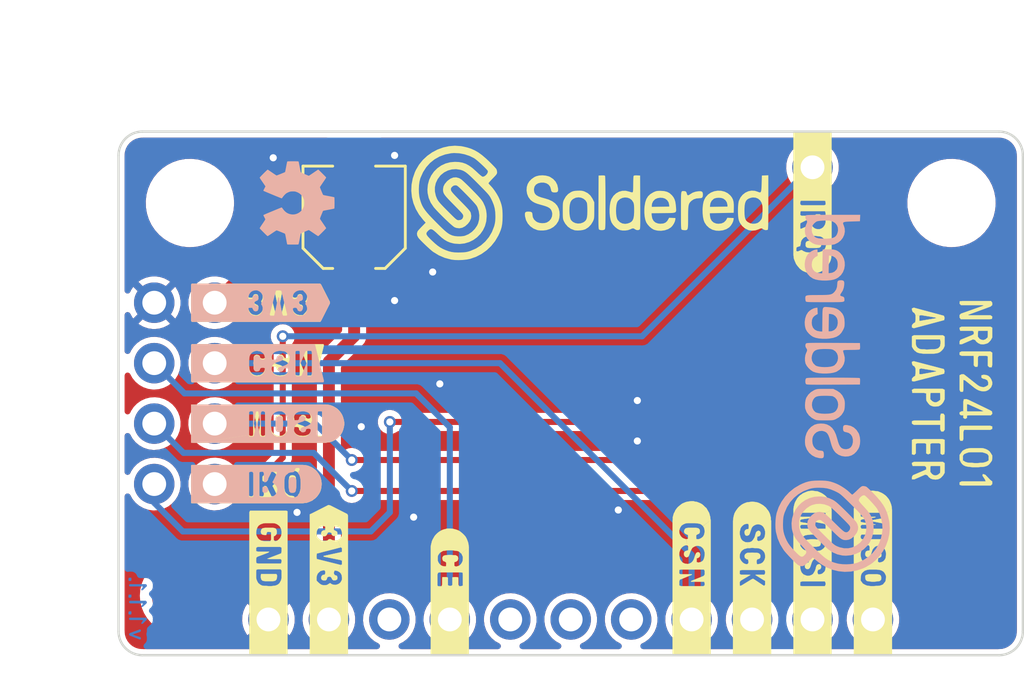
<source format=kicad_pcb>
(kicad_pcb (version 20211014) (generator pcbnew)
  (title_block (title "NRF24L01 adapter") (date "2021-09-09") (rev "V1.1.1.") (company "SOLDERED") (comment 1 "333059"))
  (layers (0 "F.Cu" signal) (31 "B.Cu" signal) (34 "B.Paste" user) (35 "F.Paste" user) (36 "B.SilkS" user "B.Silkscreen") (37 "F.SilkS" user "F.Silkscreen") (38 "B.Mask" user) (39 "F.Mask" user) (44 "Edge.Cuts" user))
  (net 0 "")
  (net 1 "3V3")
  (net 2 "GND")
  (net 3 "IRQ")
  (net 4 "MOSI")
  (net 5 "CSN")
  (net 6 "CE")
  (net 7 "SCK")
  (net 8 "MISO")
  (footprint "buzzardLabel" (layer "F.Cu") (at 109.5 146 -90)
    (fp_text reference "" (at 0 0 90) (layer "F.SilkS") (effects (font (size 1.27 1.27))))
    (fp_text value "" (at 0 0 90) (layer "F.SilkS") (effects (font (size 1.27 1.27))))
  )
  (footprint "buzzardLabel" (layer "F.Cu") (at 105.85 138.41)
    (fp_text reference "" (at 0 0) (layer "F.SilkS") (effects (font (size 1.27 1.27))))
    (fp_text value "" (at 0 0) (layer "F.SilkS") (effects (font (size 1.27 1.27))))
  )
  (footprint "buzzardLabel" (layer "F.Cu") (at 139.2 134.6 -90)
    (fp_text reference "" (at 0 0 90) (layer "F.SilkS") (effects (font (size 1.27 1.27))))
    (fp_text value "" (at 0 0 90) (layer "F.SilkS") (effects (font (size 1.27 1.27))))
  )
  (footprint "buzzardLabel" (layer "F.Cu") (at 132.36 123.2 -90)
    (fp_text reference "" (at 0 0 90) (layer "F.SilkS") (effects (font (size 1.27 1.27))))
    (fp_text value "" (at 0 0 90) (layer "F.SilkS") (effects (font (size 1.27 1.27))))
  )
  (footprint "buzzardLabel" (layer "F.Cu") (at 127.28 146 -90)
    (fp_text reference "" (at 0 0 90) (layer "F.SilkS") (effects (font (size 1.27 1.27))))
    (fp_text value "" (at 0 0 90) (layer "F.SilkS") (effects (font (size 1.27 1.27))))
  )
  (footprint "e-radionica.com footprinti:FIDUCIAL_23" (layer "F.Cu") (at 105.7 143.1 -90)
    (fp_text reference "FD1")
    (fp_text value "FIDUCIAL")
    (fp_circle (center 0 0) (end 1 0) (layer "F.Cu") (width 0.2) (fill none))
    (pad "1" smd circle (at 0 0 270) (size 1 1) (layers "F.Cu" "F.Paste" "F.Mask") (clearance 1.1))
  )
  (footprint "e-radionica.com footprinti:HOLE_3.2mm" (layer "F.Cu") (at 138.2 126.6 -90)
    (fp_text reference "H2" hide)
    (fp_text value "HOLE_3.2mm" hide)
    (pad "" np_thru_hole circle locked (at 0 0 270) (size 3.2 3.2) (drill 3.2) (layers F&B.Cu *.Mask))
  )
  (footprint "e-radionica.com footprinti:HOLE_3.2mm" (layer "F.Cu") (at 106.2 126.6 -90)
    (fp_text reference "H1" hide)
    (fp_text value "HOLE_3.2mm" hide)
    (pad "" np_thru_hole circle locked (at 0 0 270) (size 3.2 3.2) (drill 3.2) (layers F&B.Cu *.Mask))
  )
  (footprint "buzzardLabel" (layer "F.Cu") (at 105.85 135.87)
    (fp_text reference "" (at 0 0) (layer "F.SilkS") (effects (font (size 1.27 1.27))))
    (fp_text value "" (at 0 0) (layer "F.SilkS") (effects (font (size 1.27 1.27))))
  )
  (footprint "buzzardLabel" (layer "F.Cu") (at 134.9 146 -90)
    (fp_text reference "" (at 0 0 90) (layer "F.SilkS") (effects (font (size 1.27 1.27))))
    (fp_text value "" (at 0 0 90) (layer "F.SilkS") (effects (font (size 1.27 1.27))))
  )
  (footprint "buzzardLabel" (layer "F.Cu") (at 117.12 146 -90)
    (fp_text reference "" (at 0 0 90) (layer "F.SilkS") (effects (font (size 1.27 1.27))))
    (fp_text value "" (at 0 0 90) (layer "F.SilkS") (effects (font (size 1.27 1.27))))
  )
  (footprint "buzzardLabel" (layer "F.Cu") (at 132.36 146 -90)
    (fp_text reference "" (at 0 0 90) (layer "F.SilkS") (effects (font (size 1.27 1.27))))
    (fp_text value "" (at 0 0 90) (layer "F.SilkS") (effects (font (size 1.27 1.27))))
  )
  (footprint "buzzardLabel" (layer "F.Cu") (at 129.82 146 -90)
    (fp_text reference "" (at 0 0 90) (layer "F.SilkS") (effects (font (size 1.27 1.27))))
    (fp_text value "" (at 0 0 90) (layer "F.SilkS") (effects (font (size 1.27 1.27))))
  )
  (footprint "Soldered Graphics:Logo-Back-SolderedFULL-15mm" (layer "F.Cu") (at 133.2 134.6 -90)
    (fp_text reference "REF**" hide)
    (fp_text value "Logo-Front-SolderedFULL-15mm" hide)
  )
  (footprint "buzzardLabel" (layer "F.Cu") (at 112.04 146 -90)
    (fp_text reference "" (at 0 0 90) (layer "F.SilkS") (effects (font (size 1.27 1.27))))
    (fp_text value "" (at 0 0 90) (layer "F.SilkS") (effects (font (size 1.27 1.27))))
  )
  (footprint "e-radionica.com footprinti:ELECTROLITIC_CAP_4mm" (layer "F.Cu") (at 113.1 127.2 90)
    (fp_text reference "C1")
    (fp_text value "10uF_10V")
    (pad "1" smd rect (at -1.8 0 90) (size 2.6 1.6) (layers "F.Cu" "F.Paste" "F.Mask") (net 1 "3V3"))
    (pad "2" smd rect (at 1.8 0 90) (size 2.6 1.6) (layers "F.Cu" "F.Paste" "F.Mask") (net 2 "GND"))
  )
  (footprint "Soldered Graphics:Logo-Back-OSH-3.5mm" (layer "F.Cu") (at 110.7 126.6 -90)
    (fp_text reference "G***" hide)
    (fp_text value "LOGO" hide)
  )
  (footprint "buzzardLabel" (layer "F.Cu") (at 137.2 134.6 -90)
    (fp_text reference "" (at 0 0 90) (layer "F.SilkS") (effects (font (size 1.27 1.27))))
    (fp_text value "" (at 0 0 90) (layer "F.SilkS") (effects (font (size 1.27 1.27))))
  )
  (footprint "e-radionica.com footprinti:HEADER_FEMALE_4X2" (layer "F.Cu") (at 105.97 134.6 180)
    (fp_text reference "K1")
    (fp_text value "HEADER_FEMALE_4X2")
    (pad "1" thru_hole circle (at -1.27 -3.81 180) (size 1.7 1.7) (drill 1) (layers *.Cu *.Mask) (net 3 "IRQ"))
    (pad "2" thru_hole circle (at -1.27 -1.27 180) (size 1.7 1.7) (drill 1) (layers *.Cu *.Mask) (net 4 "MOSI"))
    (pad "3" thru_hole circle (at -1.27 1.27 180) (size 1.7 1.7) (drill 1) (layers *.Cu *.Mask) (net 5 "CSN"))
    (pad "4" thru_hole circle (at -1.27 3.81 180) (size 1.7 1.7) (drill 1) (layers *.Cu *.Mask) (net 1 "3V3"))
    (pad "5" thru_hole circle (at 1.27 3.81 180) (size 1.7 1.7) (drill 1) (layers *.Cu *.Mask) (net 2 "GND"))
    (pad "6" thru_hole circle (at 1.27 1.27 180) (size 1.7 1.7) (drill 1) (layers *.Cu *.Mask) (net 6 "CE"))
    (pad "7" thru_hole circle (at 1.27 -1.27 180) (size 1.7 1.7) (drill 1) (layers *.Cu *.Mask) (net 7 "SCK"))
    (pad "8" thru_hole circle (at 1.27 -3.81 180) (size 1.7 1.7) (drill 1) (layers *.Cu *.Mask) (net 8 "MISO"))
  )
  (footprint "buzzardLabel" (layer "F.Cu") (at 105.85 133.33)
    (fp_text reference "" (at 0 0) (layer "F.SilkS") (effects (font (size 1.27 1.27))))
    (fp_text value "" (at 0 0) (layer "F.SilkS") (effects (font (size 1.27 1.27))))
  )
  (footprint "buzzardLabel" (layer "F.Cu") (at 105.85 130.79)
    (fp_text reference "" (at 0 0) (layer "F.SilkS") (effects (font (size 1.27 1.27))))
    (fp_text value "" (at 0 0) (layer "F.SilkS") (effects (font (size 1.27 1.27))))
  )
  (footprint "Soldered Graphics:Logo-Front-SolderedFULL-15mm" (layer "F.Cu") (at 123 126.6)
    (fp_text reference "REF**" hide)
    (fp_text value "Logo-Front-SolderedFULL-15mm" hide)
  )
  (footprint "buzzardLabel" (layer "B.Cu") (at 105.85 130.79)
    (fp_text reference "" (at 0 0) (layer "B.SilkS") (effects (font (size 1.27 1.27)) (justify mirror)))
    (fp_text value "" (at 0 0) (layer "B.SilkS") (effects (font (size 1.27 1.27)) (justify mirror)))
  )
  (footprint "Soldered Graphics:Version1.1.1." (layer "B.Cu") (at 104 143.6 90)
    (fp_text reference "REF**" hide)
    (fp_text value "Version1.1.1." hide)
    (fp_poly (pts (xy -0.5 -0.35) (xy -0.44 -0.35) (xy -0.43 -0.31) (xy -0.43 0.35) (xy -0.46 0.38) (xy -0.52 0.38) (xy -0.55 0.34) (xy -0.67 0.22) (xy -0.68 0.17) (xy -0.65 0.16) (xy -0.56 0.22) (xy -0.52 0.23) (xy -0.52 -0.31) (xy -0.5 -0.35)) (layer "B.Cu") (width 0.01) (fill solid))
    (fp_poly (pts (xy -0.27 -0.38) (xy -0.22 -0.38) (xy -0.17 -0.37) (xy -0.16 -0.33) (xy -0.16 -0.27) (xy -0.21 -0.26) (xy -0.26 -0.26) (xy -0.29 -0.29) (xy -0.29 -0.34) (xy -0.27 -0.38)) (layer "B.Cu") (width 0.01) (fill solid))
    (fp_poly (pts (xy -1.15 -0.35) (xy -1.1 -0.35) (xy -1.07 -0.31) (xy -0.92 0.1) (xy -0.94 0.13) (xy -0.99 0.13) (xy -1.02 0.1) (xy -1.11 -0.16) (xy -1.13 -0.21) (xy -1.15 -0.17) (xy -1.24 0.09) (xy -1.26 0.13) (xy -1.32 0.13) (xy -1.34 0.1) (xy -1.18 -0.31) (xy -1.15 -0.35)) (layer "B.Cu") (width 0.01) (fill solid))
    (fp_poly (pts (xy 0.43 -0.38) (xy 0.48 -0.38) (xy 0.54 -0.37) (xy 0.54 -0.33) (xy 0.54 -0.27) (xy 0.5 -0.26) (xy 0.45 -0.26) (xy 0.42 -0.29) (xy 0.42 -0.34) (xy 0.43 -0.38)) (layer "B.Cu") (width 0.01) (fill solid))
    (fp_poly (pts (xy 1.14 -0.38) (xy 1.19 -0.38) (xy 1.24 -0.37) (xy 1.25 -0.33) (xy 1.25 -0.27) (xy 1.2 -0.26) (xy 1.15 -0.26) (xy 1.12 -0.29) (xy 1.12 -0.34) (xy 1.14 -0.38)) (layer "B.Cu") (width 0.01) (fill solid))
    (fp_poly (pts (xy 0.21 -0.35) (xy 0.26 -0.35) (xy 0.28 -0.31) (xy 0.28 0.35) (xy 0.24 0.38) (xy 0.19 0.38) (xy 0.15 0.34) (xy 0.04 0.22) (xy 0.02 0.17) (xy 0.05 0.16) (xy 0.14 0.22) (xy 0.18 0.23) (xy 0.18 -0.31) (xy 0.21 -0.35)) (layer "B.Cu") (width 0.01) (fill solid))
    (fp_poly (pts (xy 0.91 -0.35) (xy 0.96 -0.35) (xy 0.98 -0.31) (xy 0.98 0.35) (xy 0.95 0.38) (xy 0.89 0.38) (xy 0.86 0.34) (xy 0.74 0.22) (xy 0.73 0.17) (xy 0.76 0.16) (xy 0.85 0.22) (xy 0.89 0.23) (xy 0.89 -0.31) (xy 0.91 -0.35)) (layer "B.Cu") (width 0.01) (fill solid))
  )
  (footprint "e-radionica.com footprinti:HEADER_MALE_11X1" (layer "B.Cu") (at 122.2 144.1)
    (fp_text reference "K2")
    (fp_text value "HEADER_MALE_11X1")
    (pad "1" thru_hole circle locked (at -12.7 0) (size 1.7 1.7) (drill 1) (layers *.Cu *.Mask) (net 2 "GND"))
    (pad "2" thru_hole circle locked (at -10.16 0) (size 1.7 1.7) (drill 1) (layers *.Cu *.Mask) (net 1 "3V3"))
    (pad "3" thru_hole circle locked (at -7.62 0) (size 1.7 1.7) (drill 1) (layers *.Cu *.Mask))
    (pad "4" thru_hole circle locked (at -5.08 0) (size 1.7 1.7) (drill 1) (layers *.Cu *.Mask) (net 6 "CE"))
    (pad "5" thru_hole circle locked (at -2.54 0) (size 1.7 1.7) (drill 1) (layers *.Cu *.Mask))
    (pad "6" thru_hole circle locked (at 0 0) (size 1.7 1.7) (drill 1) (layers *.Cu *.Mask))
    (pad "7" thru_hole circle locked (at 2.54 0) (size 1.7 1.7) (drill 1) (layers *.Cu *.Mask))
    (pad "8" thru_hole circle locked (at 5.08 0) (size 1.7 1.7) (drill 1) (layers *.Cu *.Mask) (net 5 "CSN"))
    (pad "9" thru_hole circle locked (at 7.62 0) (size 1.7 1.7) (drill 1) (layers *.Cu *.Mask) (net 7 "SCK"))
    (pad "10" thru_hole circle locked (at 10.16 0) (size 1.7 1.7) (drill 1) (layers *.Cu *.Mask) (net 4 "MOSI"))
    (pad "11" thru_hole circle locked (at 12.7 0) (size 1.7 1.7) (drill 1) (layers *.Cu *.Mask) (net 8 "MISO"))
  )
  (footprint "buzzardLabel" (layer "B.Cu") (at 105.85 135.87)
    (fp_text reference "" (at 0 0) (layer "B.SilkS") (effects (font (size 1.27 1.27)) (justify mirror)))
    (fp_text value "" (at 0 0) (layer "B.SilkS") (effects (font (size 1.27 1.27)) (justify mirror)))
  )
  (footprint "e-radionica.com footprinti:HEADER_MALE_1X1" (layer "B.Cu") (at 132.36 125.1 90)
    (fp_text reference "K3")
    (fp_text value "HEADER_MALE_1X1")
    (pad "1" thru_hole circle locked (at 0 0 90) (size 1.7 1.7) (drill 1) (layers *.Cu *.Mask) (net 3 "IRQ"))
  )
  (footprint "buzzardLabel" (layer "B.Cu") (at 105.85 133.33)
    (fp_text reference "" (at 0 0) (layer "B.SilkS") (effects (font (size 1.27 1.27)) (justify mirror)))
    (fp_text value "" (at 0 0) (layer "B.SilkS") (effects (font (size 1.27 1.27)) (justify mirror)))
  )
  (footprint "buzzardLabel" (layer "B.Cu") (at 105.85 138.41)
    (fp_text reference "" (at 0 0) (layer "B.SilkS") (effects (font (size 1.27 1.27)) (justify mirror)))
    (fp_text value "" (at 0 0) (layer "B.SilkS") (effects (font (size 1.27 1.27)) (justify mirror)))
  )
  (gr_arc (start 103.2 124.6) (mid 103.492893 123.892893) (end 104.2 123.6) (layer "Edge.Cuts") (width 0.1))
  (gr_line (start 103.2 144.6) (end 103.2 124.6) (layer "Edge.Cuts") (width 0.1))
  (gr_line (start 140.2 145.6) (end 104.2 145.6) (layer "Edge.Cuts") (width 0.1))
  (gr_arc (start 104.2 145.6) (mid 103.492893 145.307107) (end 103.2 144.6) (layer "Edge.Cuts") (width 0.1))
  (gr_line (start 104.2 123.6) (end 140.2 123.6) (layer "Edge.Cuts") (width 0.1))
  (gr_arc (start 141.2 144.6) (mid 140.907108 145.307105) (end 140.200003 145.599997) (layer "Edge.Cuts") (width 0.1))
  (gr_arc (start 140.200003 123.599997) (mid 140.907109 123.892892) (end 141.2 124.6) (layer "Edge.Cuts") (width 0.1))
  (gr_line (start 141.2 124.6) (end 141.2 144.6) (layer "Edge.Cuts") (width 0.1))
  (segment (start 113.1 129) (end 109.03 129) (width 0.5) (layer "F.Cu") (net 1))
  (segment (start 112.04 144.1) (end 112.04 133.26) (width 0.5) (layer "F.Cu") (net 1))
  (segment (start 109.03 129) (end 107.24 130.79) (width 0.5) (layer "F.Cu") (net 1))
  (segment (start 107.24 130.79) (end 107.24 130.26) (width 0.5) (layer "F.Cu") (net 1))
  (segment (start 112.04 133.26) (end 113.1 132.2) (width 0.5) (layer "F.Cu") (net 1))
  (segment (start 113.1 132.2) (end 113.1 129) (width 0.5) (layer "F.Cu") (net 1))
  (via (at 114.8 124.6) (size 0.5) (drill 0.3) (layers "F.Cu" "B.Cu") (net 2))
  (via (at 115.6 139.8) (size 0.5) (drill 0.3) (layers "F.Cu" "B.Cu") (net 2))
  (via (at 116.7 134.2) (size 0.5) (drill 0.3) (layers "F.Cu" "B.Cu") (net 2))
  (via (at 110.7 139.6) (size 0.5) (drill 0.3) (layers "F.Cu" "B.Cu") (net 2))
  (via (at 113.4 136) (size 0.5) (drill 0.3) (layers "F.Cu" "B.Cu") (net 2))
  (via (at 124.2 139.5) (size 0.5) (drill 0.3) (layers "F.Cu" "B.Cu") (net 2))
  (via (at 109.7 124.7) (size 0.5) (drill 0.3) (layers "F.Cu" "B.Cu") (net 2))
  (via (at 125 136.6) (size 0.5) (drill 0.3) (layers "F.Cu" "B.Cu") (net 2))
  (via (at 114.8 130.7) (size 0.5) (drill 0.3) (layers "F.Cu" "B.Cu") (net 2))
  (via (at 116.4 129.5) (size 0.5) (drill 0.3) (layers "F.Cu" "B.Cu") (net 2))
  (via (at 125 134.9) (size 0.5) (drill 0.3) (layers "F.Cu" "B.Cu") (net 2))
  (segment (start 110.1 132.2) (end 110.1 137.3) (width 0.254) (layer "F.Cu") (net 3))
  (segment (start 108.99 138.41) (end 107.24 138.41) (width 0.254) (layer "F.Cu") (net 3))
  (segment (start 110.1 137.3) (end 108.99 138.41) (width 0.254) (layer "F.Cu") (net 3))
  (via (at 110.1 132.2) (size 0.5) (drill 0.3) (layers "F.Cu" "B.Cu") (net 3))
  (segment (start 110.1 132.2) (end 125.2 132.2) (width 0.254) (layer "B.Cu") (net 3))
  (segment (start 125.2 132.2) (end 132.3 125.1) (width 0.254) (layer "B.Cu") (net 3))
  (segment (start 132.3 125.1) (end 132.36 125.1) (width 0.254) (layer "B.Cu") (net 3))
  (segment (start 128.4 137.4) (end 132.36 141.36) (width 0.254) (layer "F.Cu") (net 4))
  (segment (start 113 137.4) (end 128.4 137.4) (width 0.254) (layer "F.Cu") (net 4))
  (segment (start 132.36 141.36) (end 132.36 144.1) (width 0.254) (layer "F.Cu") (net 4))
  (via (at 113 137.4) (size 0.5) (drill 0.3) (layers "F.Cu" "B.Cu") (net 4))
  (segment (start 111.47 135.87) (end 107.24 135.87) (width 0.254) (layer "B.Cu") (net 4))
  (segment (start 113 137.4) (end 111.47 135.87) (width 0.254) (layer "B.Cu") (net 4))
  (segment (start 119.23 133.33) (end 127.28 141.38) (width 0.254) (layer "B.Cu") (net 5))
  (segment (start 127.28 141.38) (end 127.28 144.1) (width 0.254) (layer "B.Cu") (net 5))
  (segment (start 107.24 133.33) (end 119.23 133.33) (width 0.254) (layer "B.Cu") (net 5))
  (segment (start 105.97 134.6) (end 115.7 134.6) (width 0.254) (layer "B.Cu") (net 6))
  (segment (start 117.12 136.02) (end 117.12 144.1) (width 0.254) (layer "B.Cu") (net 6))
  (segment (start 115.7 134.6) (end 117.12 136.02) (width 0.254) (layer "B.Cu") (net 6))
  (segment (start 104.7 133.33) (end 105.97 134.6) (width 0.254) (layer "B.Cu") (net 6))
  (segment (start 129.82 141.02) (end 129.82 144.1) (width 0.254) (layer "F.Cu") (net 7))
  (segment (start 127.5 138.7) (end 129.82 141.02) (width 0.254) (layer "F.Cu") (net 7))
  (segment (start 113 138.7) (end 127.5 138.7) (width 0.254) (layer "F.Cu") (net 7))
  (via (at 113 138.7) (size 0.5) (drill 0.3) (layers "F.Cu" "B.Cu") (net 7))
  (segment (start 105.93 137.1) (end 104.7 135.87) (width 0.254) (layer "B.Cu") (net 7))
  (segment (start 111.4 137.1) (end 105.93 137.1) (width 0.254) (layer "B.Cu") (net 7))
  (segment (start 113 138.7) (end 111.4 137.1) (width 0.254) (layer "B.Cu") (net 7))
  (segment (start 114.6 135.8) (end 129.9 135.8) (width 0.254) (layer "F.Cu") (net 8))
  (segment (start 129.9 135.8) (end 134.9 140.8) (width 0.254) (layer "F.Cu") (net 8))
  (segment (start 134.9 140.8) (end 134.9 144.1) (width 0.254) (layer "F.Cu") (net 8))
  (via (at 114.6 135.8) (size 0.5) (drill 0.3) (layers "F.Cu" "B.Cu") (net 8))
  (segment (start 105.9 140.4) (end 104.7 139.2) (width 0.254) (layer "B.Cu") (net 8))
  (segment (start 114.6 135.8) (end 114.6 139.6) (width 0.254) (layer "B.Cu") (net 8))
  (segment (start 114.6 139.6) (end 113.8 140.4) (width 0.254) (layer "B.Cu") (net 8))
  (segment (start 104.7 139.2) (end 104.7 138.41) (width 0.254) (layer "B.Cu") (net 8))
  (segment (start 113.8 140.4) (end 105.9 140.4) (width 0.254) (layer "B.Cu") (net 8))
  (zone (net 2) (net_name "GND") (layers F&B.Cu) (connect_pads (clearance 0.254)) (min_thickness 0.254) (fill yes (thermal_gap 0.254) (thermal_bridge_width 0.3))
    (polygon (pts (xy 103.2 145.6) (xy 103.2 123.6) (xy 141.2 123.6) (xy 141.2 145.6)))
  )
)
</source>
